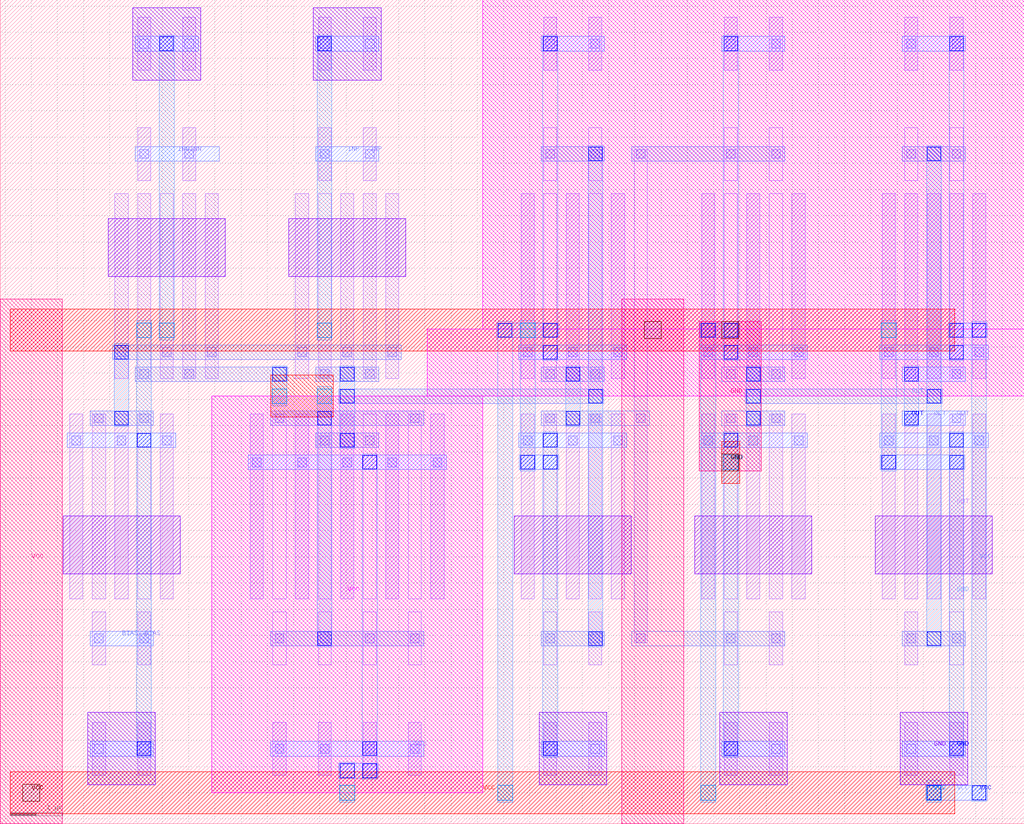
<source format=lef>
VERSION 5.7 ;
  DIVIDERCHAR "/" ;
  BUSBITCHARS "[]" ;
MACRO COMPARATOR
  CLASS BLOCK ;
  FOREIGN COMPARATOR ;
  ORIGIN 0.590 0.590 ;
  SIZE 19.510 BY 15.710 ;
  PIN OUT
    ANTENNADIFFAREA 0.940800 ;
    PORT
      LAYER li1 ;
        RECT 16.645 7.895 16.895 11.425 ;
        RECT 17.505 7.895 17.755 11.425 ;
        RECT 16.645 3.695 16.895 7.225 ;
        RECT 17.505 3.695 17.755 7.225 ;
      LAYER mcon ;
        RECT 16.685 7.895 16.855 8.065 ;
        RECT 17.545 7.895 17.715 8.065 ;
        RECT 16.685 7.055 16.855 7.225 ;
        RECT 17.545 7.055 17.715 7.225 ;
      LAYER met1 ;
        RECT 16.600 7.840 17.800 8.120 ;
        RECT 16.600 7.000 17.800 7.280 ;
      LAYER via ;
        RECT 16.640 7.850 16.900 8.110 ;
        RECT 16.640 7.010 16.900 7.270 ;
      LAYER met2 ;
        RECT 16.630 6.980 16.910 8.140 ;
    END
  END OUT
  PIN VCC
    ANTENNADIFFAREA 5.096000 ;
    PORT
      LAYER nwell ;
        RECT 8.600 8.840 18.920 15.120 ;
        RECT 7.550 7.560 18.920 8.840 ;
        RECT 3.440 0.000 8.600 7.560 ;
      LAYER li1 ;
        RECT 9.765 13.775 10.015 14.785 ;
        RECT 10.625 13.775 10.875 14.785 ;
        RECT 13.205 13.775 13.455 14.785 ;
        RECT 14.065 13.775 14.315 14.785 ;
        RECT 16.645 13.775 16.895 14.785 ;
        RECT 17.505 13.775 17.755 14.785 ;
        RECT 9.335 7.895 9.585 11.425 ;
        RECT 10.195 7.895 10.445 11.425 ;
        RECT 11.055 7.895 11.305 11.425 ;
        RECT 12.775 7.895 13.025 11.425 ;
        RECT 13.635 7.895 13.885 11.425 ;
        RECT 14.495 7.895 14.745 11.425 ;
        RECT 16.215 7.895 16.465 11.425 ;
        RECT 17.075 7.895 17.325 11.425 ;
        RECT 17.935 7.895 18.185 11.425 ;
        RECT 4.175 3.695 4.425 7.225 ;
        RECT 5.035 3.695 5.285 7.225 ;
        RECT 5.895 3.695 6.145 7.225 ;
        RECT 6.755 3.695 7.005 7.225 ;
        RECT 7.615 3.695 7.865 7.225 ;
        RECT 4.605 0.335 4.855 1.345 ;
        RECT 5.465 0.335 5.715 1.345 ;
        RECT 6.325 0.335 6.575 1.345 ;
        RECT 7.185 0.335 7.435 1.345 ;
      LAYER mcon ;
        RECT 9.805 14.195 9.975 14.365 ;
        RECT 10.665 14.195 10.835 14.365 ;
        RECT 13.245 14.195 13.415 14.365 ;
        RECT 14.105 14.195 14.275 14.365 ;
        RECT 16.685 14.195 16.855 14.365 ;
        RECT 17.545 14.195 17.715 14.365 ;
        RECT 9.375 8.315 9.545 8.485 ;
        RECT 10.235 8.315 10.405 8.485 ;
        RECT 11.095 8.315 11.265 8.485 ;
        RECT 12.815 8.315 12.985 8.485 ;
        RECT 13.675 8.315 13.845 8.485 ;
        RECT 14.535 8.315 14.705 8.485 ;
        RECT 16.255 8.315 16.425 8.485 ;
        RECT 17.115 8.315 17.285 8.485 ;
        RECT 17.975 8.315 18.145 8.485 ;
        RECT 4.215 6.215 4.385 6.385 ;
        RECT 5.075 6.215 5.245 6.385 ;
        RECT 5.935 6.215 6.105 6.385 ;
        RECT 6.795 6.215 6.965 6.385 ;
        RECT 7.655 6.215 7.825 6.385 ;
        RECT 4.645 0.755 4.815 0.925 ;
        RECT 5.505 0.755 5.675 0.925 ;
        RECT 6.365 0.755 6.535 0.925 ;
        RECT 7.225 0.755 7.395 0.925 ;
      LAYER met1 ;
        RECT 9.720 14.140 10.920 14.420 ;
        RECT 13.160 14.140 14.360 14.420 ;
        RECT 16.600 14.140 17.800 14.420 ;
        RECT 8.870 8.680 10.050 8.960 ;
        RECT 12.740 8.680 13.490 8.960 ;
        RECT 17.470 8.680 18.220 8.960 ;
        RECT 9.290 8.260 11.350 8.540 ;
        RECT 12.730 8.260 14.790 8.540 ;
        RECT 16.170 8.260 18.230 8.540 ;
        RECT 4.130 6.160 7.910 6.440 ;
        RECT 4.560 0.700 7.480 0.980 ;
        RECT 5.860 0.280 6.610 0.560 ;
        RECT 17.040 -0.140 18.220 0.140 ;
      LAYER via ;
        RECT 9.760 14.150 10.020 14.410 ;
        RECT 13.200 14.150 13.460 14.410 ;
        RECT 17.500 14.150 17.760 14.410 ;
        RECT 8.900 8.690 9.160 8.950 ;
        RECT 9.760 8.690 10.020 8.950 ;
        RECT 12.770 8.690 13.030 8.950 ;
        RECT 13.200 8.690 13.460 8.950 ;
        RECT 17.500 8.690 17.760 8.950 ;
        RECT 17.930 8.690 18.190 8.950 ;
        RECT 9.760 8.270 10.020 8.530 ;
        RECT 13.200 8.270 13.460 8.530 ;
        RECT 17.500 8.270 17.760 8.530 ;
        RECT 6.320 6.170 6.580 6.430 ;
        RECT 6.320 0.710 6.580 0.970 ;
        RECT 5.890 0.290 6.150 0.550 ;
        RECT 6.320 0.290 6.580 0.550 ;
        RECT 17.070 -0.130 17.330 0.130 ;
        RECT 17.930 -0.130 18.190 0.130 ;
      LAYER met2 ;
        RECT 5.880 -0.185 6.160 0.580 ;
        RECT 6.310 0.260 6.590 6.460 ;
        RECT 8.890 -0.185 9.170 8.980 ;
        RECT 9.750 8.240 10.030 14.440 ;
        RECT 12.760 -0.185 13.040 8.980 ;
        RECT 13.190 8.240 13.470 14.440 ;
        RECT 17.490 8.240 17.770 14.440 ;
        RECT 17.060 -0.185 17.340 0.240 ;
        RECT 17.920 -0.160 18.200 8.980 ;
      LAYER via2 ;
        RECT 5.880 -0.140 6.160 0.140 ;
        RECT 8.890 -0.140 9.170 0.140 ;
        RECT 12.760 -0.140 13.040 0.140 ;
        RECT 17.060 -0.140 17.340 0.140 ;
      LAYER met3 ;
        RECT -0.400 -0.400 17.600 0.400 ;
      LAYER via3 ;
        RECT -0.160 -0.160 0.160 0.160 ;
      LAYER met4 ;
        RECT -0.590 -0.590 0.590 9.410 ;
    END
  END VCC
  PIN GND
    ANTENNADIFFAREA 5.006400 ;
    PORT
      LAYER pwell ;
        RECT 1.935 13.590 3.225 14.970 ;
        RECT 5.375 13.590 6.665 14.970 ;
        RECT 1.075 0.150 2.365 1.530 ;
        RECT 9.675 0.150 10.965 1.530 ;
        RECT 13.115 0.150 14.405 1.530 ;
        RECT 16.555 0.150 17.845 1.530 ;
      LAYER li1 ;
        RECT 2.025 13.775 2.275 14.785 ;
        RECT 2.885 13.775 3.135 14.785 ;
        RECT 5.465 13.775 5.715 14.785 ;
        RECT 6.325 13.775 6.575 14.785 ;
        RECT 0.735 3.695 0.985 7.225 ;
        RECT 1.595 3.695 1.845 7.225 ;
        RECT 2.455 3.695 2.705 7.225 ;
        RECT 9.335 3.695 9.585 7.225 ;
        RECT 10.195 3.695 10.445 7.225 ;
        RECT 11.055 3.695 11.305 7.225 ;
        RECT 12.775 3.695 13.025 7.225 ;
        RECT 13.635 3.695 13.885 7.225 ;
        RECT 14.495 3.695 14.745 7.225 ;
        RECT 16.215 3.695 16.465 7.225 ;
        RECT 17.075 3.695 17.325 7.225 ;
        RECT 17.935 3.695 18.185 7.225 ;
        RECT 1.165 0.335 1.415 1.345 ;
        RECT 2.025 0.335 2.275 1.345 ;
        RECT 9.765 0.335 10.015 1.345 ;
        RECT 10.625 0.335 10.875 1.345 ;
        RECT 13.205 0.335 13.455 1.345 ;
        RECT 14.065 0.335 14.315 1.345 ;
        RECT 16.645 0.335 16.895 1.345 ;
        RECT 17.505 0.335 17.755 1.345 ;
      LAYER mcon ;
        RECT 2.065 14.195 2.235 14.365 ;
        RECT 2.925 14.195 3.095 14.365 ;
        RECT 5.505 14.195 5.675 14.365 ;
        RECT 6.365 14.195 6.535 14.365 ;
        RECT 0.775 6.635 0.945 6.805 ;
        RECT 1.635 6.635 1.805 6.805 ;
        RECT 2.495 6.635 2.665 6.805 ;
        RECT 9.375 6.635 9.545 6.805 ;
        RECT 10.235 6.635 10.405 6.805 ;
        RECT 11.095 6.635 11.265 6.805 ;
        RECT 12.815 6.635 12.985 6.805 ;
        RECT 13.675 6.635 13.845 6.805 ;
        RECT 14.535 6.635 14.705 6.805 ;
        RECT 16.255 6.635 16.425 6.805 ;
        RECT 17.115 6.635 17.285 6.805 ;
        RECT 17.975 6.635 18.145 6.805 ;
        RECT 1.205 0.755 1.375 0.925 ;
        RECT 2.065 0.755 2.235 0.925 ;
        RECT 9.805 0.755 9.975 0.925 ;
        RECT 10.665 0.755 10.835 0.925 ;
        RECT 13.245 0.755 13.415 0.925 ;
        RECT 14.105 0.755 14.275 0.925 ;
        RECT 16.685 0.755 16.855 0.925 ;
        RECT 17.545 0.755 17.715 0.925 ;
      LAYER met1 ;
        RECT 1.980 14.140 3.180 14.420 ;
        RECT 5.420 14.140 6.620 14.420 ;
        RECT 0.690 6.580 2.750 6.860 ;
        RECT 9.290 6.580 11.350 6.860 ;
        RECT 12.730 6.580 14.790 6.860 ;
        RECT 16.170 6.580 18.230 6.860 ;
        RECT 9.300 6.160 10.050 6.440 ;
        RECT 16.180 6.160 17.790 6.440 ;
        RECT 1.120 0.700 2.320 0.980 ;
        RECT 9.720 0.700 10.920 0.980 ;
        RECT 13.160 0.700 14.360 0.980 ;
        RECT 16.600 0.700 17.800 0.980 ;
      LAYER via ;
        RECT 2.450 14.150 2.710 14.410 ;
        RECT 5.460 14.150 5.720 14.410 ;
        RECT 2.020 6.590 2.280 6.850 ;
        RECT 9.760 6.590 10.020 6.850 ;
        RECT 13.200 6.590 13.460 6.850 ;
        RECT 17.500 6.590 17.760 6.850 ;
        RECT 9.330 6.170 9.590 6.430 ;
        RECT 9.760 6.170 10.020 6.430 ;
        RECT 16.210 6.170 16.470 6.430 ;
        RECT 17.500 6.170 17.760 6.430 ;
        RECT 2.020 0.710 2.280 0.970 ;
        RECT 9.760 0.710 10.020 0.970 ;
        RECT 13.200 0.710 13.460 0.970 ;
        RECT 17.500 0.710 17.760 0.970 ;
      LAYER met2 ;
        RECT 2.010 0.680 2.290 9.005 ;
        RECT 2.440 8.635 2.720 14.440 ;
        RECT 5.450 8.635 5.730 14.440 ;
        RECT 9.320 6.140 9.600 9.005 ;
        RECT 9.750 0.680 10.030 6.880 ;
        RECT 13.190 0.680 13.470 6.880 ;
        RECT 16.200 6.140 16.480 9.005 ;
        RECT 17.490 0.680 17.770 6.880 ;
      LAYER via2 ;
        RECT 2.010 8.680 2.290 8.960 ;
        RECT 2.440 8.680 2.720 8.960 ;
        RECT 5.450 8.680 5.730 8.960 ;
        RECT 9.320 8.680 9.600 8.960 ;
        RECT 16.200 8.680 16.480 8.960 ;
        RECT 13.190 6.160 13.470 6.440 ;
      LAYER met3 ;
        RECT -0.400 8.420 17.600 9.220 ;
        RECT 13.155 5.900 13.495 6.700 ;
      LAYER via3 ;
        RECT 11.680 8.660 12.000 8.980 ;
        RECT 13.160 8.660 13.480 8.980 ;
        RECT 13.160 6.140 13.480 6.460 ;
      LAYER met4 ;
        RECT 11.250 -0.590 12.430 9.410 ;
        RECT 12.730 6.135 13.910 8.985 ;
    END
  END GND
  PIN INP
    ANTENNAGATEAREA 0.504000 ;
    PORT
      LAYER li1 ;
        RECT 5.465 11.675 5.715 12.685 ;
        RECT 6.325 11.675 6.575 12.685 ;
      LAYER mcon ;
        RECT 5.505 12.095 5.675 12.265 ;
        RECT 6.365 12.095 6.535 12.265 ;
      LAYER met1 ;
        RECT 5.420 12.040 6.620 12.320 ;
    END
  END INP
  PIN INN
    ANTENNAGATEAREA 0.504000 ;
    PORT
      LAYER li1 ;
        RECT 2.025 11.675 2.275 12.685 ;
        RECT 2.885 11.675 3.135 12.685 ;
      LAYER mcon ;
        RECT 2.065 12.095 2.235 12.265 ;
        RECT 2.925 12.095 3.095 12.265 ;
      LAYER met1 ;
        RECT 1.980 12.040 3.580 12.320 ;
    END
  END INN
  PIN BIAS
    ANTENNAGATEAREA 0.504000 ;
    PORT
      LAYER li1 ;
        RECT 1.165 2.435 1.415 3.445 ;
        RECT 2.025 2.435 2.275 3.445 ;
      LAYER mcon ;
        RECT 1.205 2.855 1.375 3.025 ;
        RECT 2.065 2.855 2.235 3.025 ;
      LAYER met1 ;
        RECT 1.120 2.800 2.320 3.080 ;
    END
  END BIAS
  OBS
      LAYER pwell ;
        RECT 1.465 9.845 3.695 10.945 ;
        RECT 4.905 9.845 7.135 10.945 ;
        RECT 0.605 4.175 2.835 5.275 ;
        RECT 9.205 4.175 11.435 5.275 ;
        RECT 12.645 4.175 14.875 5.275 ;
        RECT 16.085 4.175 18.315 5.275 ;
      LAYER li1 ;
        RECT 9.765 11.675 10.015 12.685 ;
        RECT 10.625 11.675 10.875 12.685 ;
        RECT 1.595 7.895 1.845 11.425 ;
        RECT 2.025 7.895 2.275 11.425 ;
        RECT 2.455 7.895 2.705 11.425 ;
        RECT 2.885 7.895 3.135 11.425 ;
        RECT 3.315 7.895 3.565 11.425 ;
        RECT 5.035 7.895 5.285 11.425 ;
        RECT 5.465 7.895 5.715 11.425 ;
        RECT 5.895 7.895 6.145 11.425 ;
        RECT 6.325 7.895 6.575 11.425 ;
        RECT 6.755 7.895 7.005 11.425 ;
        RECT 9.765 7.895 10.015 11.425 ;
        RECT 10.625 7.895 10.875 11.425 ;
        RECT 1.165 3.695 1.415 7.225 ;
        RECT 2.025 3.695 2.275 7.225 ;
        RECT 4.605 3.695 4.855 7.225 ;
        RECT 5.465 3.695 5.715 7.225 ;
        RECT 6.325 3.695 6.575 7.225 ;
        RECT 7.185 3.695 7.435 7.225 ;
        RECT 9.765 3.695 10.015 7.225 ;
        RECT 10.625 3.695 10.875 7.225 ;
        RECT 4.605 2.435 4.855 3.445 ;
        RECT 5.465 2.435 5.715 3.445 ;
        RECT 6.325 2.435 6.575 3.445 ;
        RECT 7.185 2.435 7.435 3.445 ;
        RECT 9.765 2.435 10.015 3.445 ;
        RECT 10.625 2.435 10.875 3.445 ;
        RECT 11.485 2.855 11.735 12.265 ;
        RECT 13.205 11.675 13.455 12.685 ;
        RECT 14.065 11.675 14.315 12.685 ;
        RECT 16.645 11.675 16.895 12.685 ;
        RECT 17.505 11.675 17.755 12.685 ;
        RECT 13.205 7.895 13.455 11.425 ;
        RECT 14.065 7.895 14.315 11.425 ;
        RECT 13.205 3.695 13.455 7.225 ;
        RECT 14.065 3.695 14.315 7.225 ;
        RECT 13.205 2.435 13.455 3.445 ;
        RECT 14.065 2.435 14.315 3.445 ;
        RECT 16.645 2.435 16.895 3.445 ;
        RECT 17.505 2.435 17.755 3.445 ;
      LAYER mcon ;
        RECT 9.805 12.095 9.975 12.265 ;
        RECT 10.665 12.095 10.835 12.265 ;
        RECT 11.525 12.095 11.695 12.265 ;
        RECT 1.635 8.315 1.805 8.485 ;
        RECT 2.065 7.895 2.235 8.065 ;
        RECT 2.495 8.315 2.665 8.485 ;
        RECT 2.925 7.895 3.095 8.065 ;
        RECT 3.355 8.315 3.525 8.485 ;
        RECT 5.075 8.315 5.245 8.485 ;
        RECT 5.505 7.895 5.675 8.065 ;
        RECT 5.935 8.315 6.105 8.485 ;
        RECT 6.365 7.895 6.535 8.065 ;
        RECT 6.795 8.315 6.965 8.485 ;
        RECT 9.805 7.895 9.975 8.065 ;
        RECT 10.665 7.895 10.835 8.065 ;
        RECT 13.245 12.095 13.415 12.265 ;
        RECT 14.105 12.095 14.275 12.265 ;
        RECT 16.685 12.095 16.855 12.265 ;
        RECT 17.545 12.095 17.715 12.265 ;
        RECT 13.245 7.895 13.415 8.065 ;
        RECT 14.105 7.895 14.275 8.065 ;
        RECT 1.205 7.055 1.375 7.225 ;
        RECT 2.065 7.055 2.235 7.225 ;
        RECT 4.645 7.055 4.815 7.225 ;
        RECT 5.505 6.635 5.675 6.805 ;
        RECT 6.365 6.635 6.535 6.805 ;
        RECT 7.225 7.055 7.395 7.225 ;
        RECT 9.805 7.055 9.975 7.225 ;
        RECT 10.665 7.055 10.835 7.225 ;
        RECT 11.525 7.055 11.695 7.225 ;
        RECT 4.645 2.855 4.815 3.025 ;
        RECT 5.505 2.855 5.675 3.025 ;
        RECT 6.365 2.855 6.535 3.025 ;
        RECT 7.225 2.855 7.395 3.025 ;
        RECT 9.805 2.855 9.975 3.025 ;
        RECT 10.665 2.855 10.835 3.025 ;
        RECT 13.245 7.055 13.415 7.225 ;
        RECT 14.105 7.055 14.275 7.225 ;
        RECT 11.525 2.855 11.695 3.025 ;
        RECT 13.245 2.855 13.415 3.025 ;
        RECT 14.105 2.855 14.275 3.025 ;
        RECT 16.685 2.855 16.855 3.025 ;
        RECT 17.545 2.855 17.715 3.025 ;
      LAYER met1 ;
        RECT 9.720 12.040 10.920 12.320 ;
        RECT 11.440 12.040 14.360 12.320 ;
        RECT 16.600 12.040 17.800 12.320 ;
        RECT 1.550 8.260 7.050 8.540 ;
        RECT 1.980 7.840 4.890 8.120 ;
        RECT 5.420 7.840 6.620 8.120 ;
        RECT 9.720 7.840 10.920 8.120 ;
        RECT 13.160 7.840 14.360 8.120 ;
        RECT 5.860 7.420 10.910 7.700 ;
        RECT 13.600 7.420 17.360 7.700 ;
        RECT 1.120 7.000 2.320 7.280 ;
        RECT 4.560 7.000 7.480 7.280 ;
        RECT 9.720 7.000 11.780 7.280 ;
        RECT 13.160 7.000 14.360 7.280 ;
        RECT 5.420 6.580 6.620 6.860 ;
        RECT 4.560 2.800 7.480 3.080 ;
        RECT 9.720 2.800 10.920 3.080 ;
        RECT 11.440 2.800 14.360 3.080 ;
        RECT 16.600 2.800 17.800 3.080 ;
      LAYER via ;
        RECT 10.620 12.050 10.880 12.310 ;
        RECT 17.070 12.050 17.330 12.310 ;
        RECT 1.590 8.270 1.850 8.530 ;
        RECT 4.600 7.850 4.860 8.110 ;
        RECT 5.890 7.850 6.150 8.110 ;
        RECT 10.190 7.850 10.450 8.110 ;
        RECT 13.630 7.850 13.890 8.110 ;
        RECT 5.890 7.430 6.150 7.690 ;
        RECT 10.620 7.430 10.880 7.690 ;
        RECT 13.630 7.430 13.890 7.690 ;
        RECT 17.070 7.430 17.330 7.690 ;
        RECT 1.590 7.010 1.850 7.270 ;
        RECT 5.460 7.010 5.720 7.270 ;
        RECT 10.190 7.010 10.450 7.270 ;
        RECT 13.630 7.010 13.890 7.270 ;
        RECT 5.890 6.590 6.150 6.850 ;
        RECT 5.460 2.810 5.720 3.070 ;
        RECT 10.620 2.810 10.880 3.070 ;
        RECT 17.070 2.810 17.330 3.070 ;
      LAYER met2 ;
        RECT 1.580 6.980 1.860 8.560 ;
        RECT 4.590 7.375 4.870 8.140 ;
        RECT 5.450 2.780 5.730 7.745 ;
        RECT 5.880 6.560 6.160 8.140 ;
        RECT 10.180 6.980 10.460 8.140 ;
        RECT 10.610 2.780 10.890 12.340 ;
        RECT 13.620 6.980 13.900 8.140 ;
        RECT 17.060 2.780 17.340 12.340 ;
      LAYER via2 ;
        RECT 4.590 7.420 4.870 7.700 ;
        RECT 5.450 7.420 5.730 7.700 ;
      LAYER met3 ;
        RECT 4.565 7.160 5.755 7.960 ;
  END
END COMPARATOR
END LIBRARY


</source>
